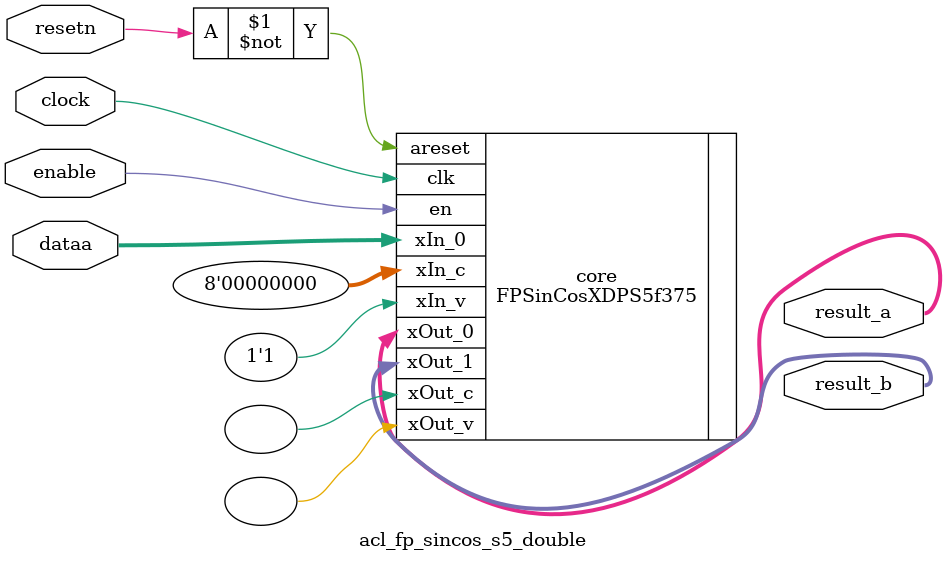
<source format=v>
    


module acl_fp_sincos_s5_double(clock, resetn, enable, dataa, result_a, result_b);
  // This is a module intended for Stratix IV family
  // Latency = 52.
  input clock, resetn, enable;
  input [63:0] dataa;
  output [63:0] result_a; // sin
  output [63:0] result_b; // cos
  
  FPSinCosXDPS5f375 core(
    .xIn_v(1'b1),
    .xIn_c(8'd0),
    .xIn_0(dataa),
    .en(enable),
    .xOut_v(),
    .xOut_c(),
    .xOut_0(result_a),
    .xOut_1(result_b),
    .clk(clock),
    .areset(~resetn));
endmodule

</source>
